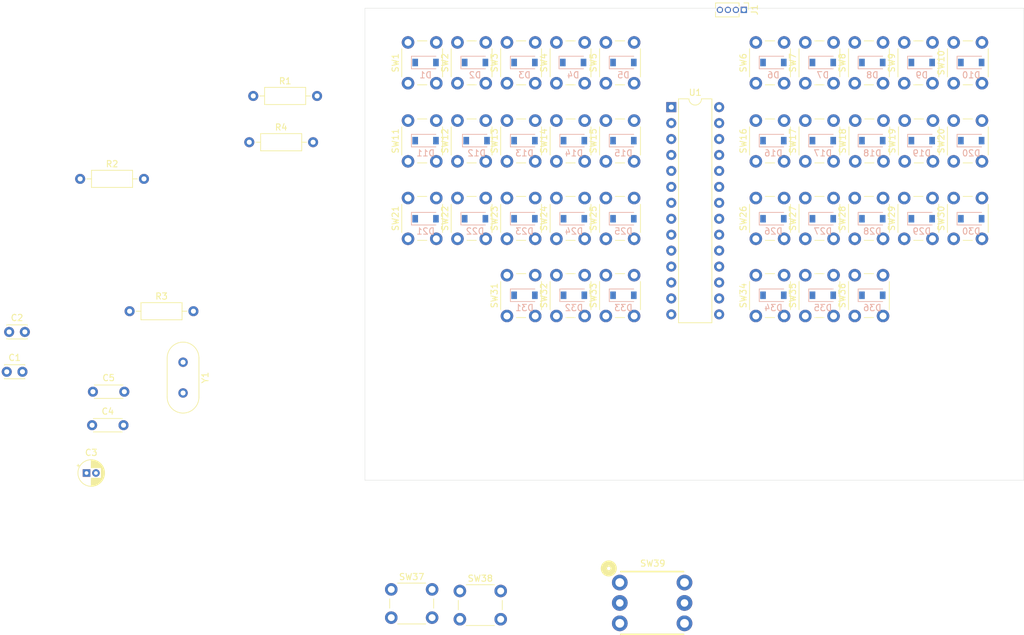
<source format=kicad_pcb>
(kicad_pcb (version 20171130) (host pcbnew "(5.1.12-1-10_14)")
  (layers (0 F.Cu signal) (31 B.Cu signal) (34 B.Paste user) (35 F.Paste user) (36 B.SilkS user hide) (37 F.SilkS user hide) (38 B.Mask user) (39 F.Mask user) (44 Edge.Cuts user))
  (net 0 "")
  (net 1 GND)
  (net 2 "Net-(C1-Pad1)")
  (net 3 "Net-(C2-Pad1)")
  (net 4 +5V)
  (net 5 "Net-(D1-Pad2)")
  (net 6 ROW0)
  (net 7 "Net-(D2-Pad2)")
  (net 8 ROW1)
  (net 9 "Net-(D3-Pad2)")
  (net 10 ROW2)
  (net 11 "Net-(D4-Pad2)")
  (net 12 "Net-(D5-Pad2)")
  (net 13 "Net-(D6-Pad2)")
  (net 14 "Net-(D7-Pad2)")
  (net 15 "Net-(D8-Pad2)")
  (net 16 "Net-(D9-Pad2)")
  (net 17 "Net-(D10-Pad2)")
  (net 18 ROW3)
  (net 19 "Net-(D11-Pad2)")
  (net 20 "Net-(D12-Pad2)")
  (net 21 "Net-(D13-Pad2)")
  (net 22 "Net-(D14-Pad2)")
  (net 23 "Net-(D15-Pad2)")
  (net 24 "Net-(D16-Pad2)")
  (net 25 "Net-(D17-Pad2)")
  (net 26 "Net-(D18-Pad2)")
  (net 27 "Net-(D19-Pad2)")
  (net 28 "Net-(D20-Pad2)")
  (net 29 "Net-(D21-Pad2)")
  (net 30 "Net-(D22-Pad2)")
  (net 31 "Net-(D23-Pad2)")
  (net 32 "Net-(D24-Pad2)")
  (net 33 "Net-(D25-Pad2)")
  (net 34 "Net-(D26-Pad2)")
  (net 35 "Net-(D27-Pad2)")
  (net 36 "Net-(D28-Pad2)")
  (net 37 "Net-(D29-Pad2)")
  (net 38 "Net-(D30-Pad2)")
  (net 39 "Net-(D31-Pad2)")
  (net 40 "Net-(D32-Pad2)")
  (net 41 "Net-(D33-Pad2)")
  (net 42 "Net-(D34-Pad2)")
  (net 43 "Net-(D35-Pad2)")
  (net 44 "Net-(D36-Pad2)")
  (net 45 "Net-(J1-Pad3)")
  (net 46 "Net-(J1-Pad2)")
  (net 47 "Net-(R1-Pad2)")
  (net 48 USB_D+)
  (net 49 USB_D-)
  (net 50 COL0)
  (net 51 COL1)
  (net 52 COL2)
  (net 53 COL3)
  (net 54 COL4)
  (net 55 COL5)
  (net 56 COL6)
  (net 57 COL7)
  (net 58 COL8)
  (net 59 COL9)
  (net 60 "Net-(U1-Pad28)")
  (net 61 "Net-(U1-Pad14)")
  (net 62 "Net-(U1-Pad27)")
  (net 63 "Net-(U1-Pad13)")
  (net 64 "Net-(U1-Pad26)")
  (net 65 "Net-(U1-Pad12)")
  (net 66 "Net-(U1-Pad25)")
  (net 67 "Net-(U1-Pad24)")
  (net 68 "Net-(U1-Pad23)")
  (net 69 "Net-(U1-Pad21)")
  (net 70 "Net-(U1-Pad6)")
  (net 71 "Net-(U1-Pad19)")
  (net 72 "Net-(U1-Pad18)")
  (net 73 "Net-(U1-Pad17)")
  (net 74 "Net-(U1-Pad3)")
  (net 75 "Net-(U1-Pad16)")
  (net 76 "Net-(U1-Pad2)")
  (net 77 "Net-(U1-Pad15)")
  (net 78 "Net-(D36-Pad1)")
  (net 79 "Net-(SW38-Pad1)")
  (net 80 ROW4)
  (module Button_Switch_THT:SW_PUSH_6mm (layer F.Cu) (at 112.776 59.69 90)
    (fp_text reference SW15 (at 3.25 -2 90) (layer F.SilkS))
    (fp_text value SW_Push_Dual)
    (pad 1 thru_hole circle (at 6.5 0 180) (size 2 2) (drill 1.1) (layers *.Cu *.Mask) (net 54 COL4))
    (pad 2 thru_hole circle (at 6.5 4.5 180) (size 2 2) (drill 1.1) (layers *.Cu *.Mask) (net 23 "Net-(D15-Pad2)"))
    (pad 1 thru_hole circle (at 0 0 180) (size 2 2) (drill 1.1) (layers *.Cu *.Mask) (net 54 COL4))
    (pad 2 thru_hole circle (at 0 4.5 180) (size 2 2) (drill 1.1) (layers *.Cu *.Mask) (net 23 "Net-(D15-Pad2)"))
  )
  (module RSU:switch_5way (layer F.Cu) (at 120.142 130.048)
    (fp_text reference SW39 (at 0.1 -6.3) (layer F.SilkS))
    (fp_text value 5-way_switch)
    (pad 4 thru_hole circle (at 5.15 3.25) (size 2.5 2.5) (drill 1.4) (layers *.Cu *.Mask) (net 53 COL3))
    (pad 6 thru_hole circle (at 5.15 -3.25) (size 2.5 2.5) (drill 1.4) (layers *.Cu *.Mask) (net 54 COL4))
    (pad 5 thru_hole circle (at 5.15 0) (size 2.5 2.5) (drill 1.2) (layers *.Cu *.Mask) (net 80 ROW4))
    (pad 3 thru_hole circle (at -5.15 3.25) (size 2.5 2.5) (drill 1.4) (layers *.Cu *.Mask) (net 52 COL2))
    (pad 2 thru_hole circle (at -5.15 0) (size 2.5 2.5) (drill 1.2) (layers *.Cu *.Mask) (net 51 COL1))
    (pad 1 thru_hole circle (at -5.15 -3.25) (size 2.5 2.5) (drill 1.4) (layers *.Cu *.Mask) (net 50 COL0))
  )
  (module Crystal:Crystal_HC18-U_Vertical (layer F.Cu) (at 45.466 91.694 270)
    (fp_text reference Y1 (at 2.45 -3.525 90) (layer F.SilkS))
    (fp_text value 16mhz)
    (pad 2 thru_hole circle (at 4.9 0 270) (size 1.5 1.5) (drill 0.8) (layers *.Cu *.Mask) (net 2 "Net-(C1-Pad1)"))
    (pad 1 thru_hole circle (at 0 0 270) (size 1.5 1.5) (drill 0.8) (layers *.Cu *.Mask) (net 3 "Net-(C2-Pad1)"))
  )
  (module Package_DIP:DIP-28_W7.62mm (layer F.Cu) (at 123.19 51.054)
    (fp_text reference U1 (at 3.81 -2.33) (layer F.SilkS))
    (fp_text value ATmega328-PU)
    (pad 28 thru_hole oval (at 7.62 0) (size 1.6 1.6) (drill 0.8) (layers *.Cu *.Mask) (net 60 "Net-(U1-Pad28)"))
    (pad 14 thru_hole oval (at 0 33.02) (size 1.6 1.6) (drill 0.8) (layers *.Cu *.Mask) (net 61 "Net-(U1-Pad14)"))
    (pad 27 thru_hole oval (at 7.62 2.54) (size 1.6 1.6) (drill 0.8) (layers *.Cu *.Mask) (net 62 "Net-(U1-Pad27)"))
    (pad 13 thru_hole oval (at 0 30.48) (size 1.6 1.6) (drill 0.8) (layers *.Cu *.Mask) (net 63 "Net-(U1-Pad13)"))
    (pad 26 thru_hole oval (at 7.62 5.08) (size 1.6 1.6) (drill 0.8) (layers *.Cu *.Mask) (net 64 "Net-(U1-Pad26)"))
    (pad 12 thru_hole oval (at 0 27.94) (size 1.6 1.6) (drill 0.8) (layers *.Cu *.Mask) (net 65 "Net-(U1-Pad12)"))
    (pad 25 thru_hole oval (at 7.62 7.62) (size 1.6 1.6) (drill 0.8) (layers *.Cu *.Mask) (net 66 "Net-(U1-Pad25)"))
    (pad 11 thru_hole oval (at 0 25.4) (size 1.6 1.6) (drill 0.8) (layers *.Cu *.Mask) (net 79 "Net-(SW38-Pad1)"))
    (pad 24 thru_hole oval (at 7.62 10.16) (size 1.6 1.6) (drill 0.8) (layers *.Cu *.Mask) (net 67 "Net-(U1-Pad24)"))
    (pad 10 thru_hole oval (at 0 22.86) (size 1.6 1.6) (drill 0.8) (layers *.Cu *.Mask) (net 2 "Net-(C1-Pad1)"))
    (pad 23 thru_hole oval (at 7.62 12.7) (size 1.6 1.6) (drill 0.8) (layers *.Cu *.Mask) (net 68 "Net-(U1-Pad23)"))
    (pad 9 thru_hole oval (at 0 20.32) (size 1.6 1.6) (drill 0.8) (layers *.Cu *.Mask) (net 3 "Net-(C2-Pad1)"))
    (pad 22 thru_hole oval (at 7.62 15.24) (size 1.6 1.6) (drill 0.8) (layers *.Cu *.Mask) (net 1 GND))
    (pad 8 thru_hole oval (at 0 17.78) (size 1.6 1.6) (drill 0.8) (layers *.Cu *.Mask) (net 1 GND))
    (pad 21 thru_hole oval (at 7.62 17.78) (size 1.6 1.6) (drill 0.8) (layers *.Cu *.Mask) (net 69 "Net-(U1-Pad21)"))
    (pad 7 thru_hole oval (at 0 15.24) (size 1.6 1.6) (drill 0.8) (layers *.Cu *.Mask) (net 4 +5V))
    (pad 20 thru_hole oval (at 7.62 20.32) (size 1.6 1.6) (drill 0.8) (layers *.Cu *.Mask) (net 4 +5V))
    (pad 6 thru_hole oval (at 0 12.7) (size 1.6 1.6) (drill 0.8) (layers *.Cu *.Mask) (net 70 "Net-(U1-Pad6)"))
    (pad 19 thru_hole oval (at 7.62 22.86) (size 1.6 1.6) (drill 0.8) (layers *.Cu *.Mask) (net 71 "Net-(U1-Pad19)"))
    (pad 5 thru_hole oval (at 0 10.16) (size 1.6 1.6) (drill 0.8) (layers *.Cu *.Mask) (net 49 USB_D-))
    (pad 18 thru_hole oval (at 7.62 25.4) (size 1.6 1.6) (drill 0.8) (layers *.Cu *.Mask) (net 72 "Net-(U1-Pad18)"))
    (pad 4 thru_hole oval (at 0 7.62) (size 1.6 1.6) (drill 0.8) (layers *.Cu *.Mask) (net 48 USB_D+))
    (pad 17 thru_hole oval (at 7.62 27.94) (size 1.6 1.6) (drill 0.8) (layers *.Cu *.Mask) (net 73 "Net-(U1-Pad17)"))
    (pad 3 thru_hole oval (at 0 5.08) (size 1.6 1.6) (drill 0.8) (layers *.Cu *.Mask) (net 74 "Net-(U1-Pad3)"))
    (pad 16 thru_hole oval (at 7.62 30.48) (size 1.6 1.6) (drill 0.8) (layers *.Cu *.Mask) (net 75 "Net-(U1-Pad16)"))
    (pad 2 thru_hole oval (at 0 2.54) (size 1.6 1.6) (drill 0.8) (layers *.Cu *.Mask) (net 76 "Net-(U1-Pad2)"))
    (pad 15 thru_hole oval (at 7.62 33.02) (size 1.6 1.6) (drill 0.8) (layers *.Cu *.Mask) (net 77 "Net-(U1-Pad15)"))
    (pad 1 thru_hole rect (at 0 0) (size 1.6 1.6) (drill 0.8) (layers *.Cu *.Mask) (net 47 "Net-(R1-Pad2)"))
  )
  (module Button_Switch_THT:SW_PUSH_6mm (layer F.Cu) (at 168.148 72.032 90)
    (fp_text reference SW30 (at 3.25 -2 90) (layer F.SilkS))
    (fp_text value SW_Push_Dual)
    (pad 1 thru_hole circle (at 6.5 0 180) (size 2 2) (drill 1.1) (layers *.Cu *.Mask) (net 59 COL9))
    (pad 2 thru_hole circle (at 6.5 4.5 180) (size 2 2) (drill 1.1) (layers *.Cu *.Mask) (net 38 "Net-(D30-Pad2)"))
    (pad 1 thru_hole circle (at 0 0 180) (size 2 2) (drill 1.1) (layers *.Cu *.Mask) (net 59 COL9))
    (pad 2 thru_hole circle (at 0 4.5 180) (size 2 2) (drill 1.1) (layers *.Cu *.Mask) (net 38 "Net-(D30-Pad2)"))
  )
  (module Button_Switch_THT:SW_PUSH_6mm (layer F.Cu) (at 168.148 59.69 90)
    (fp_text reference SW20 (at 3.25 -2 90) (layer F.SilkS))
    (fp_text value SW_Push_Dual)
    (pad 1 thru_hole circle (at 6.5 0 180) (size 2 2) (drill 1.1) (layers *.Cu *.Mask) (net 59 COL9))
    (pad 2 thru_hole circle (at 6.5 4.5 180) (size 2 2) (drill 1.1) (layers *.Cu *.Mask) (net 28 "Net-(D20-Pad2)"))
    (pad 1 thru_hole circle (at 0 0 180) (size 2 2) (drill 1.1) (layers *.Cu *.Mask) (net 59 COL9))
    (pad 2 thru_hole circle (at 0 4.5 180) (size 2 2) (drill 1.1) (layers *.Cu *.Mask) (net 28 "Net-(D20-Pad2)"))
  )
  (module Button_Switch_THT:SW_PUSH_6mm (layer F.Cu) (at 168.148 47.244 90)
    (fp_text reference SW10 (at 3.25 -2 90) (layer F.SilkS))
    (fp_text value SW_Push_Dual)
    (pad 1 thru_hole circle (at 6.5 0 180) (size 2 2) (drill 1.1) (layers *.Cu *.Mask) (net 59 COL9))
    (pad 2 thru_hole circle (at 6.5 4.5 180) (size 2 2) (drill 1.1) (layers *.Cu *.Mask) (net 17 "Net-(D10-Pad2)"))
    (pad 1 thru_hole circle (at 0 0 180) (size 2 2) (drill 1.1) (layers *.Cu *.Mask) (net 59 COL9))
    (pad 2 thru_hole circle (at 0 4.5 180) (size 2 2) (drill 1.1) (layers *.Cu *.Mask) (net 17 "Net-(D10-Pad2)"))
  )
  (module Button_Switch_THT:SW_PUSH_6mm (layer F.Cu) (at 160.274 72.032 90)
    (fp_text reference SW29 (at 3.25 -2 90) (layer F.SilkS))
    (fp_text value SW_Push_Dual)
    (pad 1 thru_hole circle (at 6.5 0 180) (size 2 2) (drill 1.1) (layers *.Cu *.Mask) (net 58 COL8))
    (pad 2 thru_hole circle (at 6.5 4.5 180) (size 2 2) (drill 1.1) (layers *.Cu *.Mask) (net 37 "Net-(D29-Pad2)"))
    (pad 1 thru_hole circle (at 0 0 180) (size 2 2) (drill 1.1) (layers *.Cu *.Mask) (net 58 COL8))
    (pad 2 thru_hole circle (at 0 4.5 180) (size 2 2) (drill 1.1) (layers *.Cu *.Mask) (net 37 "Net-(D29-Pad2)"))
  )
  (module Button_Switch_THT:SW_PUSH_6mm (layer F.Cu) (at 160.346 59.69 90)
    (fp_text reference SW19 (at 3.25 -2 90) (layer F.SilkS))
    (fp_text value SW_Push_Dual)
    (pad 1 thru_hole circle (at 6.5 0 180) (size 2 2) (drill 1.1) (layers *.Cu *.Mask) (net 58 COL8))
    (pad 2 thru_hole circle (at 6.5 4.5 180) (size 2 2) (drill 1.1) (layers *.Cu *.Mask) (net 27 "Net-(D19-Pad2)"))
    (pad 1 thru_hole circle (at 0 0 180) (size 2 2) (drill 1.1) (layers *.Cu *.Mask) (net 58 COL8))
    (pad 2 thru_hole circle (at 0 4.5 180) (size 2 2) (drill 1.1) (layers *.Cu *.Mask) (net 27 "Net-(D19-Pad2)"))
  )
  (module Button_Switch_THT:SW_PUSH_6mm (layer F.Cu) (at 160.274 47.244 90)
    (fp_text reference SW9 (at 3.25 -2 90) (layer F.SilkS))
    (fp_text value SW_Push_Dual)
    (pad 1 thru_hole circle (at 6.5 0 180) (size 2 2) (drill 1.1) (layers *.Cu *.Mask) (net 58 COL8))
    (pad 2 thru_hole circle (at 6.5 4.5 180) (size 2 2) (drill 1.1) (layers *.Cu *.Mask) (net 16 "Net-(D9-Pad2)"))
    (pad 1 thru_hole circle (at 0 0 180) (size 2 2) (drill 1.1) (layers *.Cu *.Mask) (net 58 COL8))
    (pad 2 thru_hole circle (at 0 4.5 180) (size 2 2) (drill 1.1) (layers *.Cu *.Mask) (net 16 "Net-(D9-Pad2)"))
  )
  (module Button_Switch_THT:SW_PUSH_6mm (layer F.Cu) (at 152.4 84.328 90)
    (fp_text reference SW36 (at 3.25 -2 90) (layer F.SilkS))
    (fp_text value SW_Push_Dual)
    (pad 1 thru_hole circle (at 6.5 0 180) (size 2 2) (drill 1.1) (layers *.Cu *.Mask) (net 57 COL7))
    (pad 2 thru_hole circle (at 6.5 4.5 180) (size 2 2) (drill 1.1) (layers *.Cu *.Mask) (net 44 "Net-(D36-Pad2)"))
    (pad 1 thru_hole circle (at 0 0 180) (size 2 2) (drill 1.1) (layers *.Cu *.Mask) (net 57 COL7))
    (pad 2 thru_hole circle (at 0 4.5 180) (size 2 2) (drill 1.1) (layers *.Cu *.Mask) (net 44 "Net-(D36-Pad2)"))
  )
  (module Button_Switch_THT:SW_PUSH_6mm (layer F.Cu) (at 152.4 72.032 90)
    (fp_text reference SW28 (at 3.25 -2 90) (layer F.SilkS))
    (fp_text value SW_Push_Dual)
    (pad 1 thru_hole circle (at 6.5 0 180) (size 2 2) (drill 1.1) (layers *.Cu *.Mask) (net 57 COL7))
    (pad 2 thru_hole circle (at 6.5 4.5 180) (size 2 2) (drill 1.1) (layers *.Cu *.Mask) (net 36 "Net-(D28-Pad2)"))
    (pad 1 thru_hole circle (at 0 0 180) (size 2 2) (drill 1.1) (layers *.Cu *.Mask) (net 57 COL7))
    (pad 2 thru_hole circle (at 0 4.5 180) (size 2 2) (drill 1.1) (layers *.Cu *.Mask) (net 36 "Net-(D28-Pad2)"))
  )
  (module Button_Switch_THT:SW_PUSH_6mm (layer F.Cu) (at 152.472 59.69 90)
    (fp_text reference SW18 (at 3.25 -2 90) (layer F.SilkS))
    (fp_text value SW_Push_Dual)
    (pad 1 thru_hole circle (at 6.5 0 180) (size 2 2) (drill 1.1) (layers *.Cu *.Mask) (net 57 COL7))
    (pad 2 thru_hole circle (at 6.5 4.5 180) (size 2 2) (drill 1.1) (layers *.Cu *.Mask) (net 26 "Net-(D18-Pad2)"))
    (pad 1 thru_hole circle (at 0 0 180) (size 2 2) (drill 1.1) (layers *.Cu *.Mask) (net 57 COL7))
    (pad 2 thru_hole circle (at 0 4.5 180) (size 2 2) (drill 1.1) (layers *.Cu *.Mask) (net 26 "Net-(D18-Pad2)"))
  )
  (module Button_Switch_THT:SW_PUSH_6mm (layer F.Cu) (at 152.4 47.244 90)
    (fp_text reference SW8 (at 3.25 -2 90) (layer F.SilkS))
    (fp_text value SW_Push_Dual)
    (pad 1 thru_hole circle (at 6.5 0 180) (size 2 2) (drill 1.1) (layers *.Cu *.Mask) (net 57 COL7))
    (pad 2 thru_hole circle (at 6.5 4.5 180) (size 2 2) (drill 1.1) (layers *.Cu *.Mask) (net 15 "Net-(D8-Pad2)"))
    (pad 1 thru_hole circle (at 0 0 180) (size 2 2) (drill 1.1) (layers *.Cu *.Mask) (net 57 COL7))
    (pad 2 thru_hole circle (at 0 4.5 180) (size 2 2) (drill 1.1) (layers *.Cu *.Mask) (net 15 "Net-(D8-Pad2)"))
  )
  (module Button_Switch_THT:SW_PUSH_6mm (layer F.Cu) (at 144.526 84.328 90)
    (fp_text reference SW35 (at 3.25 -2 90) (layer F.SilkS))
    (fp_text value SW_Push_Dual)
    (pad 1 thru_hole circle (at 6.5 0 180) (size 2 2) (drill 1.1) (layers *.Cu *.Mask) (net 56 COL6))
    (pad 2 thru_hole circle (at 6.5 4.5 180) (size 2 2) (drill 1.1) (layers *.Cu *.Mask) (net 43 "Net-(D35-Pad2)"))
    (pad 1 thru_hole circle (at 0 0 180) (size 2 2) (drill 1.1) (layers *.Cu *.Mask) (net 56 COL6))
    (pad 2 thru_hole circle (at 0 4.5 180) (size 2 2) (drill 1.1) (layers *.Cu *.Mask) (net 43 "Net-(D35-Pad2)"))
  )
  (module Button_Switch_THT:SW_PUSH_6mm (layer F.Cu) (at 144.526 72.032 90)
    (fp_text reference SW27 (at 3.25 -2 90) (layer F.SilkS))
    (fp_text value SW_Push_Dual)
    (pad 1 thru_hole circle (at 6.5 0 180) (size 2 2) (drill 1.1) (layers *.Cu *.Mask) (net 56 COL6))
    (pad 2 thru_hole circle (at 6.5 4.5 180) (size 2 2) (drill 1.1) (layers *.Cu *.Mask) (net 35 "Net-(D27-Pad2)"))
    (pad 1 thru_hole circle (at 0 0 180) (size 2 2) (drill 1.1) (layers *.Cu *.Mask) (net 56 COL6))
    (pad 2 thru_hole circle (at 0 4.5 180) (size 2 2) (drill 1.1) (layers *.Cu *.Mask) (net 35 "Net-(D27-Pad2)"))
  )
  (module Button_Switch_THT:SW_PUSH_6mm (layer F.Cu) (at 144.526 59.69 90)
    (fp_text reference SW17 (at 3.25 -2 90) (layer F.SilkS))
    (fp_text value SW_Push_Dual)
    (pad 1 thru_hole circle (at 6.5 0 180) (size 2 2) (drill 1.1) (layers *.Cu *.Mask) (net 56 COL6))
    (pad 2 thru_hole circle (at 6.5 4.5 180) (size 2 2) (drill 1.1) (layers *.Cu *.Mask) (net 25 "Net-(D17-Pad2)"))
    (pad 1 thru_hole circle (at 0 0 180) (size 2 2) (drill 1.1) (layers *.Cu *.Mask) (net 56 COL6))
    (pad 2 thru_hole circle (at 0 4.5 180) (size 2 2) (drill 1.1) (layers *.Cu *.Mask) (net 25 "Net-(D17-Pad2)"))
  )
  (module Button_Switch_THT:SW_PUSH_6mm (layer F.Cu) (at 144.526 47.244 90)
    (fp_text reference SW7 (at 3.25 -2 90) (layer F.SilkS))
    (fp_text value SW_Push_Dual)
    (pad 1 thru_hole circle (at 6.5 0 180) (size 2 2) (drill 1.1) (layers *.Cu *.Mask) (net 56 COL6))
    (pad 2 thru_hole circle (at 6.5 4.5 180) (size 2 2) (drill 1.1) (layers *.Cu *.Mask) (net 14 "Net-(D7-Pad2)"))
    (pad 1 thru_hole circle (at 0 0 180) (size 2 2) (drill 1.1) (layers *.Cu *.Mask) (net 56 COL6))
    (pad 2 thru_hole circle (at 0 4.5 180) (size 2 2) (drill 1.1) (layers *.Cu *.Mask) (net 14 "Net-(D7-Pad2)"))
  )
  (module Button_Switch_THT:SW_PUSH_6mm (layer F.Cu) (at 136.652 84.328 90)
    (fp_text reference SW34 (at 3.25 -2 90) (layer F.SilkS))
    (fp_text value SW_Push_Dual)
    (pad 1 thru_hole circle (at 6.5 0 180) (size 2 2) (drill 1.1) (layers *.Cu *.Mask) (net 55 COL5))
    (pad 2 thru_hole circle (at 6.5 4.5 180) (size 2 2) (drill 1.1) (layers *.Cu *.Mask) (net 42 "Net-(D34-Pad2)"))
    (pad 1 thru_hole circle (at 0 0 180) (size 2 2) (drill 1.1) (layers *.Cu *.Mask) (net 55 COL5))
    (pad 2 thru_hole circle (at 0 4.5 180) (size 2 2) (drill 1.1) (layers *.Cu *.Mask) (net 42 "Net-(D34-Pad2)"))
  )
  (module Button_Switch_THT:SW_PUSH_6mm (layer F.Cu) (at 136.652 72.032 90)
    (fp_text reference SW26 (at 3.25 -2 90) (layer F.SilkS))
    (fp_text value SW_Push_Dual)
    (pad 1 thru_hole circle (at 6.5 0 180) (size 2 2) (drill 1.1) (layers *.Cu *.Mask) (net 55 COL5))
    (pad 2 thru_hole circle (at 6.5 4.5 180) (size 2 2) (drill 1.1) (layers *.Cu *.Mask) (net 34 "Net-(D26-Pad2)"))
    (pad 1 thru_hole circle (at 0 0 180) (size 2 2) (drill 1.1) (layers *.Cu *.Mask) (net 55 COL5))
    (pad 2 thru_hole circle (at 0 4.5 180) (size 2 2) (drill 1.1) (layers *.Cu *.Mask) (net 34 "Net-(D26-Pad2)"))
  )
  (module Button_Switch_THT:SW_PUSH_6mm (layer F.Cu) (at 136.652 59.69 90)
    (fp_text reference SW16 (at 3.25 -2 90) (layer F.SilkS))
    (fp_text value SW_Push_Dual)
    (pad 1 thru_hole circle (at 6.5 0 180) (size 2 2) (drill 1.1) (layers *.Cu *.Mask) (net 55 COL5))
    (pad 2 thru_hole circle (at 6.5 4.5 180) (size 2 2) (drill 1.1) (layers *.Cu *.Mask) (net 24 "Net-(D16-Pad2)"))
    (pad 1 thru_hole circle (at 0 0 180) (size 2 2) (drill 1.1) (layers *.Cu *.Mask) (net 55 COL5))
    (pad 2 thru_hole circle (at 0 4.5 180) (size 2 2) (drill 1.1) (layers *.Cu *.Mask) (net 24 "Net-(D16-Pad2)"))
  )
  (module Button_Switch_THT:SW_PUSH_6mm (layer F.Cu) (at 136.652 47.244 90)
    (fp_text reference SW6 (at 3.25 -2 90) (layer F.SilkS))
    (fp_text value SW_Push_Dual)
    (pad 1 thru_hole circle (at 6.5 0 180) (size 2 2) (drill 1.1) (layers *.Cu *.Mask) (net 55 COL5))
    (pad 2 thru_hole circle (at 6.5 4.5 180) (size 2 2) (drill 1.1) (layers *.Cu *.Mask) (net 13 "Net-(D6-Pad2)"))
    (pad 1 thru_hole circle (at 0 0 180) (size 2 2) (drill 1.1) (layers *.Cu *.Mask) (net 55 COL5))
    (pad 2 thru_hole circle (at 0 4.5 180) (size 2 2) (drill 1.1) (layers *.Cu *.Mask) (net 13 "Net-(D6-Pad2)"))
  )
  (module Button_Switch_THT:SW_PUSH_6mm (layer F.Cu) (at 112.776 84.328 90)
    (fp_text reference SW33 (at 3.25 -2 90) (layer F.SilkS))
    (fp_text value SW_Push_Dual)
    (pad 1 thru_hole circle (at 6.5 0 180) (size 2 2) (drill 1.1) (layers *.Cu *.Mask) (net 54 COL4))
    (pad 2 thru_hole circle (at 6.5 4.5 180) (size 2 2) (drill 1.1) (layers *.Cu *.Mask) (net 41 "Net-(D33-Pad2)"))
    (pad 1 thru_hole circle (at 0 0 180) (size 2 2) (drill 1.1) (layers *.Cu *.Mask) (net 54 COL4))
    (pad 2 thru_hole circle (at 0 4.5 180) (size 2 2) (drill 1.1) (layers *.Cu *.Mask) (net 41 "Net-(D33-Pad2)"))
  )
  (module Button_Switch_THT:SW_PUSH_6mm (layer F.Cu) (at 112.776 72.032 90)
    (fp_text reference SW25 (at 3.25 -2 90) (layer F.SilkS))
    (fp_text value SW_Push_Dual)
    (pad 1 thru_hole circle (at 6.5 0 180) (size 2 2) (drill 1.1) (layers *.Cu *.Mask) (net 54 COL4))
    (pad 2 thru_hole circle (at 6.5 4.5 180) (size 2 2) (drill 1.1) (layers *.Cu *.Mask) (net 33 "Net-(D25-Pad2)"))
    (pad 1 thru_hole circle (at 0 0 180) (size 2 2) (drill 1.1) (layers *.Cu *.Mask) (net 54 COL4))
    (pad 2 thru_hole circle (at 0 4.5 180) (size 2 2) (drill 1.1) (layers *.Cu *.Mask) (net 33 "Net-(D25-Pad2)"))
  )
  (module Button_Switch_THT:SW_PUSH_6mm (layer F.Cu) (at 112.776 47.244 90)
    (fp_text reference SW5 (at 3.25 -2 90) (layer F.SilkS))
    (fp_text value SW_Push_Dual)
    (pad 1 thru_hole circle (at 6.5 0 180) (size 2 2) (drill 1.1) (layers *.Cu *.Mask) (net 54 COL4))
    (pad 2 thru_hole circle (at 6.5 4.5 180) (size 2 2) (drill 1.1) (layers *.Cu *.Mask) (net 12 "Net-(D5-Pad2)"))
    (pad 1 thru_hole circle (at 0 0 180) (size 2 2) (drill 1.1) (layers *.Cu *.Mask) (net 54 COL4))
    (pad 2 thru_hole circle (at 0 4.5 180) (size 2 2) (drill 1.1) (layers *.Cu *.Mask) (net 12 "Net-(D5-Pad2)"))
  )
  (module Button_Switch_THT:SW_PUSH_6mm (layer F.Cu) (at 104.902 84.328 90)
    (fp_text reference SW32 (at 3.25 -2 90) (layer F.SilkS))
    (fp_text value SW_Push_Dual)
    (pad 1 thru_hole circle (at 6.5 0 180) (size 2 2) (drill 1.1) (layers *.Cu *.Mask) (net 53 COL3))
    (pad 2 thru_hole circle (at 6.5 4.5 180) (size 2 2) (drill 1.1) (layers *.Cu *.Mask) (net 40 "Net-(D32-Pad2)"))
    (pad 1 thru_hole circle (at 0 0 180) (size 2 2) (drill 1.1) (layers *.Cu *.Mask) (net 53 COL3))
    (pad 2 thru_hole circle (at 0 4.5 180) (size 2 2) (drill 1.1) (layers *.Cu *.Mask) (net 40 "Net-(D32-Pad2)"))
  )
  (module Button_Switch_THT:SW_PUSH_6mm (layer F.Cu) (at 104.902 72.032 90)
    (fp_text reference SW24 (at 3.25 -2 90) (layer F.SilkS))
    (fp_text value SW_Push_Dual)
    (pad 1 thru_hole circle (at 6.5 0 180) (size 2 2) (drill 1.1) (layers *.Cu *.Mask) (net 53 COL3))
    (pad 2 thru_hole circle (at 6.5 4.5 180) (size 2 2) (drill 1.1) (layers *.Cu *.Mask) (net 32 "Net-(D24-Pad2)"))
    (pad 1 thru_hole circle (at 0 0 180) (size 2 2) (drill 1.1) (layers *.Cu *.Mask) (net 53 COL3))
    (pad 2 thru_hole circle (at 0 4.5 180) (size 2 2) (drill 1.1) (layers *.Cu *.Mask) (net 32 "Net-(D24-Pad2)"))
  )
  (module Button_Switch_THT:SW_PUSH_6mm (layer F.Cu) (at 104.902 59.69 90)
    (fp_text reference SW14 (at 3.25 -2 90) (layer F.SilkS))
    (fp_text value SW_Push_Dual)
    (pad 1 thru_hole circle (at 6.5 0 180) (size 2 2) (drill 1.1) (layers *.Cu *.Mask) (net 53 COL3))
    (pad 2 thru_hole circle (at 6.5 4.5 180) (size 2 2) (drill 1.1) (layers *.Cu *.Mask) (net 22 "Net-(D14-Pad2)"))
    (pad 1 thru_hole circle (at 0 0 180) (size 2 2) (drill 1.1) (layers *.Cu *.Mask) (net 53 COL3))
    (pad 2 thru_hole circle (at 0 4.5 180) (size 2 2) (drill 1.1) (layers *.Cu *.Mask) (net 22 "Net-(D14-Pad2)"))
  )
  (module Button_Switch_THT:SW_PUSH_6mm (layer F.Cu) (at 104.902 47.244 90)
    (fp_text reference SW4 (at 3.25 -2 90) (layer F.SilkS))
    (fp_text value SW_Push_Dual)
    (pad 1 thru_hole circle (at 6.5 0 180) (size 2 2) (drill 1.1) (layers *.Cu *.Mask) (net 53 COL3))
    (pad 2 thru_hole circle (at 6.5 4.5 180) (size 2 2) (drill 1.1) (layers *.Cu *.Mask) (net 11 "Net-(D4-Pad2)"))
    (pad 1 thru_hole circle (at 0 0 180) (size 2 2) (drill 1.1) (layers *.Cu *.Mask) (net 53 COL3))
    (pad 2 thru_hole circle (at 0 4.5 180) (size 2 2) (drill 1.1) (layers *.Cu *.Mask) (net 11 "Net-(D4-Pad2)"))
  )
  (module Button_Switch_THT:SW_PUSH_6mm (layer F.Cu) (at 97.028 84.328 90)
    (fp_text reference SW31 (at 3.25 -2 90) (layer F.SilkS))
    (fp_text value SW_Push_Dual)
    (pad 1 thru_hole circle (at 6.5 0 180) (size 2 2) (drill 1.1) (layers *.Cu *.Mask) (net 52 COL2))
    (pad 2 thru_hole circle (at 6.5 4.5 180) (size 2 2) (drill 1.1) (layers *.Cu *.Mask) (net 39 "Net-(D31-Pad2)"))
    (pad 1 thru_hole circle (at 0 0 180) (size 2 2) (drill 1.1) (layers *.Cu *.Mask) (net 52 COL2))
    (pad 2 thru_hole circle (at 0 4.5 180) (size 2 2) (drill 1.1) (layers *.Cu *.Mask) (net 39 "Net-(D31-Pad2)"))
  )
  (module Button_Switch_THT:SW_PUSH_6mm (layer F.Cu) (at 97.028 72.032 90)
    (fp_text reference SW23 (at 3.25 -2 90) (layer F.SilkS))
    (fp_text value SW_Push_Dual)
    (pad 1 thru_hole circle (at 6.5 0 180) (size 2 2) (drill 1.1) (layers *.Cu *.Mask) (net 52 COL2))
    (pad 2 thru_hole circle (at 6.5 4.5 180) (size 2 2) (drill 1.1) (layers *.Cu *.Mask) (net 31 "Net-(D23-Pad2)"))
    (pad 1 thru_hole circle (at 0 0 180) (size 2 2) (drill 1.1) (layers *.Cu *.Mask) (net 52 COL2))
    (pad 2 thru_hole circle (at 0 4.5 180) (size 2 2) (drill 1.1) (layers *.Cu *.Mask) (net 31 "Net-(D23-Pad2)"))
  )
  (module Button_Switch_THT:SW_PUSH_6mm (layer F.Cu) (at 97.028 59.69 90)
    (fp_text reference SW13 (at 3.25 -2 90) (layer F.SilkS))
    (fp_text value SW_Push_Dual)
    (pad 1 thru_hole circle (at 6.5 0 180) (size 2 2) (drill 1.1) (layers *.Cu *.Mask) (net 52 COL2))
    (pad 2 thru_hole circle (at 6.5 4.5 180) (size 2 2) (drill 1.1) (layers *.Cu *.Mask) (net 21 "Net-(D13-Pad2)"))
    (pad 1 thru_hole circle (at 0 0 180) (size 2 2) (drill 1.1) (layers *.Cu *.Mask) (net 52 COL2))
    (pad 2 thru_hole circle (at 0 4.5 180) (size 2 2) (drill 1.1) (layers *.Cu *.Mask) (net 21 "Net-(D13-Pad2)"))
  )
  (module Button_Switch_THT:SW_PUSH_6mm (layer F.Cu) (at 97.028 47.244 90)
    (fp_text reference SW3 (at 3.25 -2 90) (layer F.SilkS))
    (fp_text value SW_Push_Dual)
    (pad 1 thru_hole circle (at 6.5 0 180) (size 2 2) (drill 1.1) (layers *.Cu *.Mask) (net 52 COL2))
    (pad 2 thru_hole circle (at 6.5 4.5 180) (size 2 2) (drill 1.1) (layers *.Cu *.Mask) (net 9 "Net-(D3-Pad2)"))
    (pad 1 thru_hole circle (at 0 0 180) (size 2 2) (drill 1.1) (layers *.Cu *.Mask) (net 52 COL2))
    (pad 2 thru_hole circle (at 0 4.5 180) (size 2 2) (drill 1.1) (layers *.Cu *.Mask) (net 9 "Net-(D3-Pad2)"))
  )
  (module Button_Switch_THT:SW_PUSH_6mm (layer F.Cu) (at 89.535 128.143)
    (fp_text reference SW38 (at 3.25 -2) (layer F.SilkS))
    (fp_text value BOOT)
    (pad 1 thru_hole circle (at 6.5 0 90) (size 2 2) (drill 1.1) (layers *.Cu *.Mask) (net 79 "Net-(SW38-Pad1)"))
    (pad 2 thru_hole circle (at 6.5 4.5 90) (size 2 2) (drill 1.1) (layers *.Cu *.Mask) (net 1 GND))
    (pad 1 thru_hole circle (at 0 0 90) (size 2 2) (drill 1.1) (layers *.Cu *.Mask) (net 79 "Net-(SW38-Pad1)"))
    (pad 2 thru_hole circle (at 0 4.5 90) (size 2 2) (drill 1.1) (layers *.Cu *.Mask) (net 1 GND))
  )
  (module Button_Switch_THT:SW_PUSH_6mm (layer F.Cu) (at 78.613 127.889)
    (fp_text reference SW37 (at 3.25 -2) (layer F.SilkS))
    (fp_text value RESET)
    (pad 1 thru_hole circle (at 6.5 0 90) (size 2 2) (drill 1.1) (layers *.Cu *.Mask) (net 47 "Net-(R1-Pad2)"))
    (pad 2 thru_hole circle (at 6.5 4.5 90) (size 2 2) (drill 1.1) (layers *.Cu *.Mask) (net 1 GND))
    (pad 1 thru_hole circle (at 0 0 90) (size 2 2) (drill 1.1) (layers *.Cu *.Mask) (net 47 "Net-(R1-Pad2)"))
    (pad 2 thru_hole circle (at 0 4.5 90) (size 2 2) (drill 1.1) (layers *.Cu *.Mask) (net 1 GND))
  )
  (module Button_Switch_THT:SW_PUSH_6mm (layer F.Cu) (at 89.154 72.032 90)
    (fp_text reference SW22 (at 3.25 -2 90) (layer F.SilkS))
    (fp_text value SW_Push_Dual)
    (pad 1 thru_hole circle (at 6.5 0 180) (size 2 2) (drill 1.1) (layers *.Cu *.Mask) (net 51 COL1))
    (pad 2 thru_hole circle (at 6.5 4.5 180) (size 2 2) (drill 1.1) (layers *.Cu *.Mask) (net 30 "Net-(D22-Pad2)"))
    (pad 1 thru_hole circle (at 0 0 180) (size 2 2) (drill 1.1) (layers *.Cu *.Mask) (net 51 COL1))
    (pad 2 thru_hole circle (at 0 4.5 180) (size 2 2) (drill 1.1) (layers *.Cu *.Mask) (net 30 "Net-(D22-Pad2)"))
  )
  (module Button_Switch_THT:SW_PUSH_6mm (layer F.Cu) (at 89.154 59.69 90)
    (fp_text reference SW12 (at 3.25 -2 90) (layer F.SilkS))
    (fp_text value SW_Push_Dual)
    (pad 1 thru_hole circle (at 6.5 0 180) (size 2 2) (drill 1.1) (layers *.Cu *.Mask) (net 51 COL1))
    (pad 2 thru_hole circle (at 6.5 4.5 180) (size 2 2) (drill 1.1) (layers *.Cu *.Mask) (net 20 "Net-(D12-Pad2)"))
    (pad 1 thru_hole circle (at 0 0 180) (size 2 2) (drill 1.1) (layers *.Cu *.Mask) (net 51 COL1))
    (pad 2 thru_hole circle (at 0 4.5 180) (size 2 2) (drill 1.1) (layers *.Cu *.Mask) (net 20 "Net-(D12-Pad2)"))
  )
  (module Button_Switch_THT:SW_PUSH_6mm (layer F.Cu) (at 89.154 47.244 90)
    (fp_text reference SW2 (at 3.25 -2 90) (layer F.SilkS))
    (fp_text value SW_Push_Dual)
    (pad 1 thru_hole circle (at 6.5 0 180) (size 2 2) (drill 1.1) (layers *.Cu *.Mask) (net 51 COL1))
    (pad 2 thru_hole circle (at 6.5 4.5 180) (size 2 2) (drill 1.1) (layers *.Cu *.Mask) (net 7 "Net-(D2-Pad2)"))
    (pad 1 thru_hole circle (at 0 0 180) (size 2 2) (drill 1.1) (layers *.Cu *.Mask) (net 51 COL1))
    (pad 2 thru_hole circle (at 0 4.5 180) (size 2 2) (drill 1.1) (layers *.Cu *.Mask) (net 7 "Net-(D2-Pad2)"))
  )
  (module Button_Switch_THT:SW_PUSH_6mm (layer F.Cu) (at 81.28 72.032 90)
    (fp_text reference SW21 (at 3.25 -2 90) (layer F.SilkS))
    (fp_text value SW_Push_Dual)
    (pad 1 thru_hole circle (at 6.5 0 180) (size 2 2) (drill 1.1) (layers *.Cu *.Mask) (net 50 COL0))
    (pad 2 thru_hole circle (at 6.5 4.5 180) (size 2 2) (drill 1.1) (layers *.Cu *.Mask) (net 29 "Net-(D21-Pad2)"))
    (pad 1 thru_hole circle (at 0 0 180) (size 2 2) (drill 1.1) (layers *.Cu *.Mask) (net 50 COL0))
    (pad 2 thru_hole circle (at 0 4.5 180) (size 2 2) (drill 1.1) (layers *.Cu *.Mask) (net 29 "Net-(D21-Pad2)"))
  )
  (module Button_Switch_THT:SW_PUSH_6mm (layer F.Cu) (at 81.28 59.69 90)
    (fp_text reference SW11 (at 3.25 -2 90) (layer F.SilkS))
    (fp_text value SW_Push_Dual)
    (pad 1 thru_hole circle (at 6.5 0 180) (size 2 2) (drill 1.1) (layers *.Cu *.Mask) (net 50 COL0))
    (pad 2 thru_hole circle (at 6.5 4.5 180) (size 2 2) (drill 1.1) (layers *.Cu *.Mask) (net 19 "Net-(D11-Pad2)"))
    (pad 1 thru_hole circle (at 0 0 180) (size 2 2) (drill 1.1) (layers *.Cu *.Mask) (net 50 COL0))
    (pad 2 thru_hole circle (at 0 4.5 180) (size 2 2) (drill 1.1) (layers *.Cu *.Mask) (net 19 "Net-(D11-Pad2)"))
  )
  (module Button_Switch_THT:SW_PUSH_6mm (layer F.Cu) (at 81.28 47.244 90)
    (fp_text reference SW1 (at 3.25 -2 90) (layer F.SilkS))
    (fp_text value SW_Push_Dual)
    (pad 1 thru_hole circle (at 6.5 0 180) (size 2 2) (drill 1.1) (layers *.Cu *.Mask) (net 50 COL0))
    (pad 2 thru_hole circle (at 6.5 4.5 180) (size 2 2) (drill 1.1) (layers *.Cu *.Mask) (net 5 "Net-(D1-Pad2)"))
    (pad 1 thru_hole circle (at 0 0 180) (size 2 2) (drill 1.1) (layers *.Cu *.Mask) (net 50 COL0))
    (pad 2 thru_hole circle (at 0 4.5 180) (size 2 2) (drill 1.1) (layers *.Cu *.Mask) (net 5 "Net-(D1-Pad2)"))
  )
  (module Resistor_THT:R_Axial_DIN0207_L6.3mm_D2.5mm_P10.16mm_Horizontal (layer F.Cu) (at 56.007 56.642)
    (fp_text reference R4 (at 5.08 -2.37) (layer F.SilkS))
    (fp_text value 75R)
    (pad 2 thru_hole oval (at 10.16 0) (size 1.6 1.6) (drill 0.8) (layers *.Cu *.Mask) (net 45 "Net-(J1-Pad3)"))
    (pad 1 thru_hole circle (at 0 0) (size 1.6 1.6) (drill 0.8) (layers *.Cu *.Mask) (net 49 USB_D-))
  )
  (module Resistor_THT:R_Axial_DIN0207_L6.3mm_D2.5mm_P10.16mm_Horizontal (layer F.Cu) (at 36.957 83.566)
    (fp_text reference R3 (at 5.08 -2.37) (layer F.SilkS))
    (fp_text value 75R)
    (pad 2 thru_hole oval (at 10.16 0) (size 1.6 1.6) (drill 0.8) (layers *.Cu *.Mask) (net 46 "Net-(J1-Pad2)"))
    (pad 1 thru_hole circle (at 0 0) (size 1.6 1.6) (drill 0.8) (layers *.Cu *.Mask) (net 48 USB_D+))
  )
  (module Resistor_THT:R_Axial_DIN0207_L6.3mm_D2.5mm_P10.16mm_Horizontal (layer F.Cu) (at 29.083 62.484)
    (fp_text reference R2 (at 5.08 -2.37) (layer F.SilkS))
    (fp_text value 1.5k)
    (pad 2 thru_hole oval (at 10.16 0) (size 1.6 1.6) (drill 0.8) (layers *.Cu *.Mask) (net 45 "Net-(J1-Pad3)"))
    (pad 1 thru_hole circle (at 0 0) (size 1.6 1.6) (drill 0.8) (layers *.Cu *.Mask) (net 4 +5V))
  )
  (module Resistor_THT:R_Axial_DIN0207_L6.3mm_D2.5mm_P10.16mm_Horizontal (layer F.Cu) (at 56.642 49.276)
    (fp_text reference R1 (at 5.08 -2.37) (layer F.SilkS))
    (fp_text value 10k)
    (pad 2 thru_hole oval (at 10.16 0) (size 1.6 1.6) (drill 0.8) (layers *.Cu *.Mask) (net 47 "Net-(R1-Pad2)"))
    (pad 1 thru_hole circle (at 0 0) (size 1.6 1.6) (drill 0.8) (layers *.Cu *.Mask) (net 4 +5V))
  )
  (module Connector_PinHeader_1.27mm:PinHeader_1x04_P1.27mm_Vertical (layer F.Cu) (at 134.747 35.56 270)
    (fp_text reference J1 (at 0 -1.695 90) (layer F.SilkS))
    (fp_text value USB_Connector)
    (pad 4 thru_hole oval (at 0 3.81 270) (size 1 1) (drill 0.65) (layers *.Cu *.Mask) (net 1 GND))
    (pad 3 thru_hole oval (at 0 2.54 270) (size 1 1) (drill 0.65) (layers *.Cu *.Mask) (net 45 "Net-(J1-Pad3)"))
    (pad 2 thru_hole oval (at 0 1.27 270) (size 1 1) (drill 0.65) (layers *.Cu *.Mask) (net 46 "Net-(J1-Pad2)"))
    (pad 1 thru_hole rect (at 0 0 270) (size 1 1) (drill 0.65) (layers *.Cu *.Mask) (net 4 +5V))
  )
  (module Diode_SMD:D_SOD-123 (layer B.Cu) (at 170.942 68.834)
    (fp_text reference D30 (at 0 2) (layer B.SilkS) (effects (justify mirror)))
    (fp_text value D)
    (pad 2 smd rect (at 1.65 0) (size 0.9 1.2) (layers B.Cu B.Paste B.Mask) (net 38 "Net-(D30-Pad2)"))
    (pad 1 smd rect (at -1.65 0) (size 0.9 1.2) (layers B.Cu B.Paste B.Mask) (net 10 ROW2))
  )
  (module Diode_SMD:D_SOD-123 (layer B.Cu) (at 170.942 56.388)
    (fp_text reference D20 (at 0 2) (layer B.SilkS) (effects (justify mirror)))
    (fp_text value D)
    (pad 2 smd rect (at 1.65 0) (size 0.9 1.2) (layers B.Cu B.Paste B.Mask) (net 28 "Net-(D20-Pad2)"))
    (pad 1 smd rect (at -1.65 0) (size 0.9 1.2) (layers B.Cu B.Paste B.Mask) (net 8 ROW1))
  )
  (module Diode_SMD:D_SOD-123 (layer B.Cu) (at 170.942 43.942)
    (fp_text reference D10 (at 0 2) (layer B.SilkS) (effects (justify mirror)))
    (fp_text value D)
    (pad 2 smd rect (at 1.65 0) (size 0.9 1.2) (layers B.Cu B.Paste B.Mask) (net 17 "Net-(D10-Pad2)"))
    (pad 1 smd rect (at -1.65 0) (size 0.9 1.2) (layers B.Cu B.Paste B.Mask) (net 6 ROW0))
  )
  (module Diode_SMD:D_SOD-123 (layer B.Cu) (at 163.068 68.834)
    (fp_text reference D29 (at 0 2) (layer B.SilkS) (effects (justify mirror)))
    (fp_text value D)
    (pad 2 smd rect (at 1.65 0) (size 0.9 1.2) (layers B.Cu B.Paste B.Mask) (net 37 "Net-(D29-Pad2)"))
    (pad 1 smd rect (at -1.65 0) (size 0.9 1.2) (layers B.Cu B.Paste B.Mask) (net 10 ROW2))
  )
  (module Diode_SMD:D_SOD-123 (layer B.Cu) (at 163.068 56.388)
    (fp_text reference D19 (at 0 2) (layer B.SilkS) (effects (justify mirror)))
    (fp_text value D)
    (pad 2 smd rect (at 1.65 0) (size 0.9 1.2) (layers B.Cu B.Paste B.Mask) (net 27 "Net-(D19-Pad2)"))
    (pad 1 smd rect (at -1.65 0) (size 0.9 1.2) (layers B.Cu B.Paste B.Mask) (net 8 ROW1))
  )
  (module Diode_SMD:D_SOD-123 (layer B.Cu) (at 163.068 43.942)
    (fp_text reference D9 (at 0 2) (layer B.SilkS) (effects (justify mirror)))
    (fp_text value D)
    (pad 2 smd rect (at 1.65 0) (size 0.9 1.2) (layers B.Cu B.Paste B.Mask) (net 16 "Net-(D9-Pad2)"))
    (pad 1 smd rect (at -1.65 0) (size 0.9 1.2) (layers B.Cu B.Paste B.Mask) (net 6 ROW0))
  )
  (module Diode_SMD:D_SOD-123 (layer B.Cu) (at 155.194 81.026)
    (fp_text reference D36 (at 0 2) (layer B.SilkS) (effects (justify mirror)))
    (fp_text value D)
    (pad 2 smd rect (at 1.65 0) (size 0.9 1.2) (layers B.Cu B.Paste B.Mask) (net 44 "Net-(D36-Pad2)"))
    (pad 1 smd rect (at -1.65 0) (size 0.9 1.2) (layers B.Cu B.Paste B.Mask) (net 78 "Net-(D36-Pad1)"))
  )
  (module Diode_SMD:D_SOD-123 (layer B.Cu) (at 155.194 68.834)
    (fp_text reference D28 (at 0 2) (layer B.SilkS) (effects (justify mirror)))
    (fp_text value D)
    (pad 2 smd rect (at 1.65 0) (size 0.9 1.2) (layers B.Cu B.Paste B.Mask) (net 36 "Net-(D28-Pad2)"))
    (pad 1 smd rect (at -1.65 0) (size 0.9 1.2) (layers B.Cu B.Paste B.Mask) (net 10 ROW2))
  )
  (module Diode_SMD:D_SOD-123 (layer B.Cu) (at 155.194 56.388)
    (fp_text reference D18 (at 0 2) (layer B.SilkS) (effects (justify mirror)))
    (fp_text value D)
    (pad 2 smd rect (at 1.65 0) (size 0.9 1.2) (layers B.Cu B.Paste B.Mask) (net 26 "Net-(D18-Pad2)"))
    (pad 1 smd rect (at -1.65 0) (size 0.9 1.2) (layers B.Cu B.Paste B.Mask) (net 8 ROW1))
  )
  (module Diode_SMD:D_SOD-123 (layer B.Cu) (at 155.194 43.942)
    (fp_text reference D8 (at 0 2) (layer B.SilkS) (effects (justify mirror)))
    (fp_text value D)
    (pad 2 smd rect (at 1.65 0) (size 0.9 1.2) (layers B.Cu B.Paste B.Mask) (net 15 "Net-(D8-Pad2)"))
    (pad 1 smd rect (at -1.65 0) (size 0.9 1.2) (layers B.Cu B.Paste B.Mask) (net 6 ROW0))
  )
  (module Diode_SMD:D_SOD-123 (layer B.Cu) (at 147.32 81.026)
    (fp_text reference D35 (at 0 2) (layer B.SilkS) (effects (justify mirror)))
    (fp_text value D)
    (pad 2 smd rect (at 1.65 0) (size 0.9 1.2) (layers B.Cu B.Paste B.Mask) (net 43 "Net-(D35-Pad2)"))
    (pad 1 smd rect (at -1.65 0) (size 0.9 1.2) (layers B.Cu B.Paste B.Mask) (net 18 ROW3))
  )
  (module Diode_SMD:D_SOD-123 (layer B.Cu) (at 147.32 68.834)
    (fp_text reference D27 (at 0 2) (layer B.SilkS) (effects (justify mirror)))
    (fp_text value D)
    (pad 2 smd rect (at 1.65 0) (size 0.9 1.2) (layers B.Cu B.Paste B.Mask) (net 35 "Net-(D27-Pad2)"))
    (pad 1 smd rect (at -1.65 0) (size 0.9 1.2) (layers B.Cu B.Paste B.Mask) (net 10 ROW2))
  )
  (module Diode_SMD:D_SOD-123 (layer B.Cu) (at 147.32 56.388)
    (fp_text reference D17 (at 0 2) (layer B.SilkS) (effects (justify mirror)))
    (fp_text value D)
    (pad 2 smd rect (at 1.65 0) (size 0.9 1.2) (layers B.Cu B.Paste B.Mask) (net 25 "Net-(D17-Pad2)"))
    (pad 1 smd rect (at -1.65 0) (size 0.9 1.2) (layers B.Cu B.Paste B.Mask) (net 8 ROW1))
  )
  (module Diode_SMD:D_SOD-123 (layer B.Cu) (at 147.32 43.942)
    (fp_text reference D7 (at 0 2) (layer B.SilkS) (effects (justify mirror)))
    (fp_text value D)
    (pad 2 smd rect (at 1.65 0) (size 0.9 1.2) (layers B.Cu B.Paste B.Mask) (net 14 "Net-(D7-Pad2)"))
    (pad 1 smd rect (at -1.65 0) (size 0.9 1.2) (layers B.Cu B.Paste B.Mask) (net 6 ROW0))
  )
  (module Diode_SMD:D_SOD-123 (layer B.Cu) (at 139.446 81.026)
    (fp_text reference D34 (at 0 2) (layer B.SilkS) (effects (justify mirror)))
    (fp_text value D)
    (pad 2 smd rect (at 1.65 0) (size 0.9 1.2) (layers B.Cu B.Paste B.Mask) (net 42 "Net-(D34-Pad2)"))
    (pad 1 smd rect (at -1.65 0) (size 0.9 1.2) (layers B.Cu B.Paste B.Mask) (net 18 ROW3))
  )
  (module Diode_SMD:D_SOD-123 (layer B.Cu) (at 139.446 68.834)
    (fp_text reference D26 (at 0 2) (layer B.SilkS) (effects (justify mirror)))
    (fp_text value D)
    (pad 2 smd rect (at 1.65 0) (size 0.9 1.2) (layers B.Cu B.Paste B.Mask) (net 34 "Net-(D26-Pad2)"))
    (pad 1 smd rect (at -1.65 0) (size 0.9 1.2) (layers B.Cu B.Paste B.Mask) (net 10 ROW2))
  )
  (module Diode_SMD:D_SOD-123 (layer B.Cu) (at 139.446 56.388)
    (fp_text reference D16 (at 0 2) (layer B.SilkS) (effects (justify mirror)))
    (fp_text value D)
    (pad 2 smd rect (at 1.65 0) (size 0.9 1.2) (layers B.Cu B.Paste B.Mask) (net 24 "Net-(D16-Pad2)"))
    (pad 1 smd rect (at -1.65 0) (size 0.9 1.2) (layers B.Cu B.Paste B.Mask) (net 8 ROW1))
  )
  (module Diode_SMD:D_SOD-123 (layer B.Cu) (at 139.446 43.942)
    (fp_text reference D6 (at 0 2) (layer B.SilkS) (effects (justify mirror)))
    (fp_text value D)
    (pad 2 smd rect (at 1.65 0) (size 0.9 1.2) (layers B.Cu B.Paste B.Mask) (net 13 "Net-(D6-Pad2)"))
    (pad 1 smd rect (at -1.65 0) (size 0.9 1.2) (layers B.Cu B.Paste B.Mask) (net 6 ROW0))
  )
  (module Diode_SMD:D_SOD-123 (layer B.Cu) (at 115.57 81.026)
    (fp_text reference D33 (at 0 2) (layer B.SilkS) (effects (justify mirror)))
    (fp_text value D)
    (pad 2 smd rect (at 1.65 0) (size 0.9 1.2) (layers B.Cu B.Paste B.Mask) (net 41 "Net-(D33-Pad2)"))
    (pad 1 smd rect (at -1.65 0) (size 0.9 1.2) (layers B.Cu B.Paste B.Mask) (net 18 ROW3))
  )
  (module Diode_SMD:D_SOD-123 (layer B.Cu) (at 115.57 68.834)
    (fp_text reference D25 (at 0 2) (layer B.SilkS) (effects (justify mirror)))
    (fp_text value D)
    (pad 2 smd rect (at 1.65 0) (size 0.9 1.2) (layers B.Cu B.Paste B.Mask) (net 33 "Net-(D25-Pad2)"))
    (pad 1 smd rect (at -1.65 0) (size 0.9 1.2) (layers B.Cu B.Paste B.Mask) (net 10 ROW2))
  )
  (module Diode_SMD:D_SOD-123 (layer B.Cu) (at 115.57 56.388)
    (fp_text reference D15 (at 0 2) (layer B.SilkS) (effects (justify mirror)))
    (fp_text value D)
    (pad 2 smd rect (at 1.65 0) (size 0.9 1.2) (layers B.Cu B.Paste B.Mask) (net 23 "Net-(D15-Pad2)"))
    (pad 1 smd rect (at -1.65 0) (size 0.9 1.2) (layers B.Cu B.Paste B.Mask) (net 8 ROW1))
  )
  (module Diode_SMD:D_SOD-123 (layer B.Cu) (at 115.57 43.942)
    (fp_text reference D5 (at 0 2) (layer B.SilkS) (effects (justify mirror)))
    (fp_text value D)
    (pad 2 smd rect (at 1.65 0) (size 0.9 1.2) (layers B.Cu B.Paste B.Mask) (net 12 "Net-(D5-Pad2)"))
    (pad 1 smd rect (at -1.65 0) (size 0.9 1.2) (layers B.Cu B.Paste B.Mask) (net 6 ROW0))
  )
  (module Diode_SMD:D_SOD-123 (layer B.Cu) (at 107.696 81.026)
    (fp_text reference D32 (at 0 2) (layer B.SilkS) (effects (justify mirror)))
    (fp_text value D)
    (pad 2 smd rect (at 1.65 0) (size 0.9 1.2) (layers B.Cu B.Paste B.Mask) (net 40 "Net-(D32-Pad2)"))
    (pad 1 smd rect (at -1.65 0) (size 0.9 1.2) (layers B.Cu B.Paste B.Mask) (net 18 ROW3))
  )
  (module Diode_SMD:D_SOD-123 (layer B.Cu) (at 107.696 68.834)
    (fp_text reference D24 (at 0 2) (layer B.SilkS) (effects (justify mirror)))
    (fp_text value D)
    (pad 2 smd rect (at 1.65 0) (size 0.9 1.2) (layers B.Cu B.Paste B.Mask) (net 32 "Net-(D24-Pad2)"))
    (pad 1 smd rect (at -1.65 0) (size 0.9 1.2) (layers B.Cu B.Paste B.Mask) (net 10 ROW2))
  )
  (module Diode_SMD:D_SOD-123 (layer B.Cu) (at 107.696 56.388)
    (fp_text reference D14 (at 0 2) (layer B.SilkS) (effects (justify mirror)))
    (fp_text value D)
    (pad 2 smd rect (at 1.65 0) (size 0.9 1.2) (layers B.Cu B.Paste B.Mask) (net 22 "Net-(D14-Pad2)"))
    (pad 1 smd rect (at -1.65 0) (size 0.9 1.2) (layers B.Cu B.Paste B.Mask) (net 8 ROW1))
  )
  (module Diode_SMD:D_SOD-123 (layer B.Cu) (at 107.57 43.942)
    (fp_text reference D4 (at 0 2) (layer B.SilkS) (effects (justify mirror)))
    (fp_text value D)
    (pad 2 smd rect (at 1.65 0) (size 0.9 1.2) (layers B.Cu B.Paste B.Mask) (net 11 "Net-(D4-Pad2)"))
    (pad 1 smd rect (at -1.65 0) (size 0.9 1.2) (layers B.Cu B.Paste B.Mask) (net 6 ROW0))
  )
  (module Diode_SMD:D_SOD-123 (layer B.Cu) (at 99.822 81.026)
    (fp_text reference D31 (at 0 2) (layer B.SilkS) (effects (justify mirror)))
    (fp_text value D)
    (pad 2 smd rect (at 1.65 0) (size 0.9 1.2) (layers B.Cu B.Paste B.Mask) (net 39 "Net-(D31-Pad2)"))
    (pad 1 smd rect (at -1.65 0) (size 0.9 1.2) (layers B.Cu B.Paste B.Mask) (net 18 ROW3))
  )
  (module Diode_SMD:D_SOD-123 (layer B.Cu) (at 99.822 68.834)
    (fp_text reference D23 (at 0 2) (layer B.SilkS) (effects (justify mirror)))
    (fp_text value D)
    (pad 2 smd rect (at 1.65 0) (size 0.9 1.2) (layers B.Cu B.Paste B.Mask) (net 31 "Net-(D23-Pad2)"))
    (pad 1 smd rect (at -1.65 0) (size 0.9 1.2) (layers B.Cu B.Paste B.Mask) (net 10 ROW2))
  )
  (module Diode_SMD:D_SOD-123 (layer B.Cu) (at 99.822 56.388)
    (fp_text reference D13 (at 0 2) (layer B.SilkS) (effects (justify mirror)))
    (fp_text value D)
    (pad 2 smd rect (at 1.65 0) (size 0.9 1.2) (layers B.Cu B.Paste B.Mask) (net 21 "Net-(D13-Pad2)"))
    (pad 1 smd rect (at -1.65 0) (size 0.9 1.2) (layers B.Cu B.Paste B.Mask) (net 8 ROW1))
  )
  (module Diode_SMD:D_SOD-123 (layer B.Cu) (at 99.822 43.942)
    (fp_text reference D3 (at 0 2) (layer B.SilkS) (effects (justify mirror)))
    (fp_text value D)
    (pad 2 smd rect (at 1.65 0) (size 0.9 1.2) (layers B.Cu B.Paste B.Mask) (net 9 "Net-(D3-Pad2)"))
    (pad 1 smd rect (at -1.65 0) (size 0.9 1.2) (layers B.Cu B.Paste B.Mask) (net 6 ROW0))
  )
  (module Diode_SMD:D_SOD-123 (layer B.Cu) (at 91.948 68.834)
    (fp_text reference D22 (at 0 2) (layer B.SilkS) (effects (justify mirror)))
    (fp_text value D)
    (pad 2 smd rect (at 1.65 0) (size 0.9 1.2) (layers B.Cu B.Paste B.Mask) (net 30 "Net-(D22-Pad2)"))
    (pad 1 smd rect (at -1.65 0) (size 0.9 1.2) (layers B.Cu B.Paste B.Mask) (net 10 ROW2))
  )
  (module Diode_SMD:D_SOD-123 (layer B.Cu) (at 92.202 56.388)
    (fp_text reference D12 (at 0 2) (layer B.SilkS) (effects (justify mirror)))
    (fp_text value D)
    (pad 2 smd rect (at 1.65 0) (size 0.9 1.2) (layers B.Cu B.Paste B.Mask) (net 20 "Net-(D12-Pad2)"))
    (pad 1 smd rect (at -1.65 0) (size 0.9 1.2) (layers B.Cu B.Paste B.Mask) (net 8 ROW1))
  )
  (module Diode_SMD:D_SOD-123 (layer B.Cu) (at 91.948 43.942)
    (fp_text reference D2 (at 0 2) (layer B.SilkS) (effects (justify mirror)))
    (fp_text value D)
    (pad 2 smd rect (at 1.65 0) (size 0.9 1.2) (layers B.Cu B.Paste B.Mask) (net 7 "Net-(D2-Pad2)"))
    (pad 1 smd rect (at -1.65 0) (size 0.9 1.2) (layers B.Cu B.Paste B.Mask) (net 6 ROW0))
  )
  (module Diode_SMD:D_SOD-123 (layer B.Cu) (at 84.074 68.834)
    (fp_text reference D21 (at 0 2) (layer B.SilkS) (effects (justify mirror)))
    (fp_text value D)
    (pad 2 smd rect (at 1.65 0) (size 0.9 1.2) (layers B.Cu B.Paste B.Mask) (net 29 "Net-(D21-Pad2)"))
    (pad 1 smd rect (at -1.65 0) (size 0.9 1.2) (layers B.Cu B.Paste B.Mask) (net 10 ROW2))
  )
  (module Diode_SMD:D_SOD-123 (layer B.Cu) (at 84.074 56.388)
    (fp_text reference D11 (at 0 2) (layer B.SilkS) (effects (justify mirror)))
    (fp_text value D)
    (pad 2 smd rect (at 1.65 0) (size 0.9 1.2) (layers B.Cu B.Paste B.Mask) (net 19 "Net-(D11-Pad2)"))
    (pad 1 smd rect (at -1.65 0) (size 0.9 1.2) (layers B.Cu B.Paste B.Mask) (net 8 ROW1))
  )
  (module Diode_SMD:D_SOD-123 (layer B.Cu) (at 84.074 43.942)
    (fp_text reference D1 (at 0 2) (layer B.SilkS) (effects (justify mirror)))
    (fp_text value D)
    (pad 2 smd rect (at 1.65 0) (size 0.9 1.2) (layers B.Cu B.Paste B.Mask) (net 5 "Net-(D1-Pad2)"))
    (pad 1 smd rect (at -1.65 0) (size 0.9 1.2) (layers B.Cu B.Paste B.Mask) (net 6 ROW0))
  )
  (module Capacitor_THT:C_Disc_D4.3mm_W1.9mm_P5.00mm (layer F.Cu) (at 31.115 96.393)
    (fp_text reference C5 (at 2.5 -2.2) (layer F.SilkS))
    (fp_text value 100n)
    (pad 2 thru_hole circle (at 5 0) (size 1.6 1.6) (drill 0.8) (layers *.Cu *.Mask) (net 1 GND))
    (pad 1 thru_hole circle (at 0 0) (size 1.6 1.6) (drill 0.8) (layers *.Cu *.Mask) (net 4 +5V))
  )
  (module Capacitor_THT:C_Disc_D4.3mm_W1.9mm_P5.00mm (layer F.Cu) (at 30.988 101.727)
    (fp_text reference C4 (at 2.5 -2.2) (layer F.SilkS))
    (fp_text value 100n)
    (pad 2 thru_hole circle (at 5 0) (size 1.6 1.6) (drill 0.8) (layers *.Cu *.Mask) (net 1 GND))
    (pad 1 thru_hole circle (at 0 0) (size 1.6 1.6) (drill 0.8) (layers *.Cu *.Mask) (net 4 +5V))
  )
  (module Capacitor_THT:CP_Radial_D4.0mm_P1.50mm (layer F.Cu) (at 30.099 109.347)
    (fp_text reference C3 (at 0.75 -3.25) (layer F.SilkS))
    (fp_text value 4.7u)
    (pad 2 thru_hole circle (at 1.5 0) (size 1.2 1.2) (drill 0.6) (layers *.Cu *.Mask) (net 1 GND))
    (pad 1 thru_hole rect (at 0 0) (size 1.2 1.2) (drill 0.6) (layers *.Cu *.Mask) (net 4 +5V))
  )
  (module Capacitor_THT:C_Disc_D3.0mm_W2.0mm_P2.50mm (layer F.Cu) (at 17.78 86.868)
    (fp_text reference C2 (at 1.25 -2.25) (layer F.SilkS))
    (fp_text value 22p)
    (pad 2 thru_hole circle (at 2.5 0) (size 1.6 1.6) (drill 0.8) (layers *.Cu *.Mask) (net 1 GND))
    (pad 1 thru_hole circle (at 0 0) (size 1.6 1.6) (drill 0.8) (layers *.Cu *.Mask) (net 3 "Net-(C2-Pad1)"))
  )
  (module Capacitor_THT:C_Disc_D3.0mm_W2.0mm_P2.50mm (layer F.Cu) (at 17.399 93.218)
    (fp_text reference C1 (at 1.25 -2.25) (layer F.SilkS))
    (fp_text value 22p)
    (pad 2 thru_hole circle (at 2.5 0) (size 1.6 1.6) (drill 0.8) (layers *.Cu *.Mask) (net 1 GND))
    (pad 1 thru_hole circle (at 0 0) (size 1.6 1.6) (drill 0.8) (layers *.Cu *.Mask) (net 2 "Net-(C1-Pad1)"))
  )
  (gr_line (start 74.422 110.49) (end 74.422 35.306) (layer Edge.Cuts) (width 0.05))
  (gr_line (start 179.324 110.49) (end 74.422 110.49) (layer Edge.Cuts) (width 0.05))
  (gr_line (start 179.324 35.306) (end 179.324 110.49) (layer Edge.Cuts) (width 0.05))
  (gr_line (start 74.422 35.306) (end 179.324 35.306) (layer Edge.Cuts) (width 0.05))
)
</source>
